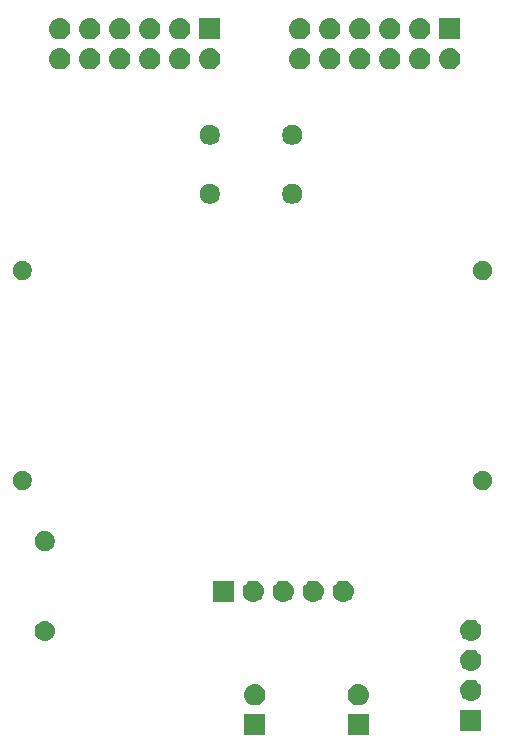
<source format=gbr>
G04 #@! TF.GenerationSoftware,KiCad,Pcbnew,5.1.4-e60b266~84~ubuntu19.04.1*
G04 #@! TF.CreationDate,2020-01-15T22:36:37+11:00*
G04 #@! TF.ProjectId,sid-board,7369642d-626f-4617-9264-2e6b69636164,rev?*
G04 #@! TF.SameCoordinates,Original*
G04 #@! TF.FileFunction,Soldermask,Bot*
G04 #@! TF.FilePolarity,Negative*
%FSLAX46Y46*%
G04 Gerber Fmt 4.6, Leading zero omitted, Abs format (unit mm)*
G04 Created by KiCad (PCBNEW 5.1.4-e60b266~84~ubuntu19.04.1) date 2020-01-15 22:36:37*
%MOMM*%
%LPD*%
G04 APERTURE LIST*
%ADD10C,0.100000*%
G04 APERTURE END LIST*
D10*
G36*
X93484000Y-124726000D02*
G01*
X91682000Y-124726000D01*
X91682000Y-122924000D01*
X93484000Y-122924000D01*
X93484000Y-124726000D01*
X93484000Y-124726000D01*
G37*
G36*
X84721000Y-124726000D02*
G01*
X82919000Y-124726000D01*
X82919000Y-122924000D01*
X84721000Y-122924000D01*
X84721000Y-124726000D01*
X84721000Y-124726000D01*
G37*
G36*
X103009000Y-124345000D02*
G01*
X101207000Y-124345000D01*
X101207000Y-122543000D01*
X103009000Y-122543000D01*
X103009000Y-124345000D01*
X103009000Y-124345000D01*
G37*
G36*
X83930443Y-120390519D02*
G01*
X83996627Y-120397037D01*
X84166466Y-120448557D01*
X84322991Y-120532222D01*
X84358729Y-120561552D01*
X84460186Y-120644814D01*
X84527939Y-120727373D01*
X84572778Y-120782009D01*
X84656443Y-120938534D01*
X84707963Y-121108373D01*
X84725359Y-121285000D01*
X84707963Y-121461627D01*
X84656443Y-121631466D01*
X84572778Y-121787991D01*
X84569518Y-121791963D01*
X84460186Y-121925186D01*
X84358729Y-122008448D01*
X84322991Y-122037778D01*
X84166466Y-122121443D01*
X83996627Y-122172963D01*
X83930442Y-122179482D01*
X83864260Y-122186000D01*
X83775740Y-122186000D01*
X83709558Y-122179482D01*
X83643373Y-122172963D01*
X83473534Y-122121443D01*
X83317009Y-122037778D01*
X83281271Y-122008448D01*
X83179814Y-121925186D01*
X83070482Y-121791963D01*
X83067222Y-121787991D01*
X82983557Y-121631466D01*
X82932037Y-121461627D01*
X82914641Y-121285000D01*
X82932037Y-121108373D01*
X82983557Y-120938534D01*
X83067222Y-120782009D01*
X83112061Y-120727373D01*
X83179814Y-120644814D01*
X83281271Y-120561552D01*
X83317009Y-120532222D01*
X83473534Y-120448557D01*
X83643373Y-120397037D01*
X83709557Y-120390519D01*
X83775740Y-120384000D01*
X83864260Y-120384000D01*
X83930443Y-120390519D01*
X83930443Y-120390519D01*
G37*
G36*
X92693443Y-120390519D02*
G01*
X92759627Y-120397037D01*
X92929466Y-120448557D01*
X93085991Y-120532222D01*
X93121729Y-120561552D01*
X93223186Y-120644814D01*
X93290939Y-120727373D01*
X93335778Y-120782009D01*
X93419443Y-120938534D01*
X93470963Y-121108373D01*
X93488359Y-121285000D01*
X93470963Y-121461627D01*
X93419443Y-121631466D01*
X93335778Y-121787991D01*
X93332518Y-121791963D01*
X93223186Y-121925186D01*
X93121729Y-122008448D01*
X93085991Y-122037778D01*
X92929466Y-122121443D01*
X92759627Y-122172963D01*
X92693442Y-122179482D01*
X92627260Y-122186000D01*
X92538740Y-122186000D01*
X92472558Y-122179482D01*
X92406373Y-122172963D01*
X92236534Y-122121443D01*
X92080009Y-122037778D01*
X92044271Y-122008448D01*
X91942814Y-121925186D01*
X91833482Y-121791963D01*
X91830222Y-121787991D01*
X91746557Y-121631466D01*
X91695037Y-121461627D01*
X91677641Y-121285000D01*
X91695037Y-121108373D01*
X91746557Y-120938534D01*
X91830222Y-120782009D01*
X91875061Y-120727373D01*
X91942814Y-120644814D01*
X92044271Y-120561552D01*
X92080009Y-120532222D01*
X92236534Y-120448557D01*
X92406373Y-120397037D01*
X92472557Y-120390519D01*
X92538740Y-120384000D01*
X92627260Y-120384000D01*
X92693443Y-120390519D01*
X92693443Y-120390519D01*
G37*
G36*
X102218443Y-120009519D02*
G01*
X102284627Y-120016037D01*
X102454466Y-120067557D01*
X102610991Y-120151222D01*
X102646729Y-120180552D01*
X102748186Y-120263814D01*
X102831448Y-120365271D01*
X102860778Y-120401009D01*
X102944443Y-120557534D01*
X102995963Y-120727373D01*
X103013359Y-120904000D01*
X102995963Y-121080627D01*
X102944443Y-121250466D01*
X102860778Y-121406991D01*
X102831448Y-121442729D01*
X102748186Y-121544186D01*
X102646729Y-121627448D01*
X102610991Y-121656778D01*
X102454466Y-121740443D01*
X102284627Y-121791963D01*
X102218442Y-121798482D01*
X102152260Y-121805000D01*
X102063740Y-121805000D01*
X101997558Y-121798482D01*
X101931373Y-121791963D01*
X101761534Y-121740443D01*
X101605009Y-121656778D01*
X101569271Y-121627448D01*
X101467814Y-121544186D01*
X101384552Y-121442729D01*
X101355222Y-121406991D01*
X101271557Y-121250466D01*
X101220037Y-121080627D01*
X101202641Y-120904000D01*
X101220037Y-120727373D01*
X101271557Y-120557534D01*
X101355222Y-120401009D01*
X101384552Y-120365271D01*
X101467814Y-120263814D01*
X101569271Y-120180552D01*
X101605009Y-120151222D01*
X101761534Y-120067557D01*
X101931373Y-120016037D01*
X101997557Y-120009519D01*
X102063740Y-120003000D01*
X102152260Y-120003000D01*
X102218443Y-120009519D01*
X102218443Y-120009519D01*
G37*
G36*
X102218442Y-117469518D02*
G01*
X102284627Y-117476037D01*
X102454466Y-117527557D01*
X102610991Y-117611222D01*
X102646729Y-117640552D01*
X102748186Y-117723814D01*
X102831448Y-117825271D01*
X102860778Y-117861009D01*
X102944443Y-118017534D01*
X102995963Y-118187373D01*
X103013359Y-118364000D01*
X102995963Y-118540627D01*
X102944443Y-118710466D01*
X102860778Y-118866991D01*
X102831448Y-118902729D01*
X102748186Y-119004186D01*
X102646729Y-119087448D01*
X102610991Y-119116778D01*
X102454466Y-119200443D01*
X102284627Y-119251963D01*
X102218443Y-119258481D01*
X102152260Y-119265000D01*
X102063740Y-119265000D01*
X101997557Y-119258481D01*
X101931373Y-119251963D01*
X101761534Y-119200443D01*
X101605009Y-119116778D01*
X101569271Y-119087448D01*
X101467814Y-119004186D01*
X101384552Y-118902729D01*
X101355222Y-118866991D01*
X101271557Y-118710466D01*
X101220037Y-118540627D01*
X101202641Y-118364000D01*
X101220037Y-118187373D01*
X101271557Y-118017534D01*
X101355222Y-117861009D01*
X101384552Y-117825271D01*
X101467814Y-117723814D01*
X101569271Y-117640552D01*
X101605009Y-117611222D01*
X101761534Y-117527557D01*
X101931373Y-117476037D01*
X101997558Y-117469518D01*
X102063740Y-117463000D01*
X102152260Y-117463000D01*
X102218442Y-117469518D01*
X102218442Y-117469518D01*
G37*
G36*
X66206823Y-115048813D02*
G01*
X66367242Y-115097476D01*
X66499906Y-115168386D01*
X66515078Y-115176496D01*
X66644659Y-115282841D01*
X66751004Y-115412422D01*
X66751005Y-115412424D01*
X66830024Y-115560258D01*
X66878687Y-115720677D01*
X66895117Y-115887500D01*
X66878687Y-116054323D01*
X66830024Y-116214742D01*
X66770027Y-116326989D01*
X66751004Y-116362578D01*
X66644659Y-116492159D01*
X66515078Y-116598504D01*
X66515076Y-116598505D01*
X66367242Y-116677524D01*
X66206823Y-116726187D01*
X66081804Y-116738500D01*
X65998196Y-116738500D01*
X65873177Y-116726187D01*
X65712758Y-116677524D01*
X65564924Y-116598505D01*
X65564922Y-116598504D01*
X65435341Y-116492159D01*
X65328996Y-116362578D01*
X65309973Y-116326989D01*
X65249976Y-116214742D01*
X65201313Y-116054323D01*
X65184883Y-115887500D01*
X65201313Y-115720677D01*
X65249976Y-115560258D01*
X65328995Y-115412424D01*
X65328996Y-115412422D01*
X65435341Y-115282841D01*
X65564922Y-115176496D01*
X65580094Y-115168386D01*
X65712758Y-115097476D01*
X65873177Y-115048813D01*
X65998196Y-115036500D01*
X66081804Y-115036500D01*
X66206823Y-115048813D01*
X66206823Y-115048813D01*
G37*
G36*
X102218443Y-114929519D02*
G01*
X102284627Y-114936037D01*
X102454466Y-114987557D01*
X102610991Y-115071222D01*
X102642980Y-115097475D01*
X102748186Y-115183814D01*
X102829454Y-115282841D01*
X102860778Y-115321009D01*
X102944443Y-115477534D01*
X102995963Y-115647373D01*
X103013359Y-115824000D01*
X102995963Y-116000627D01*
X102944443Y-116170466D01*
X102860778Y-116326991D01*
X102831574Y-116362576D01*
X102748186Y-116464186D01*
X102646729Y-116547448D01*
X102610991Y-116576778D01*
X102454466Y-116660443D01*
X102284627Y-116711963D01*
X102218443Y-116718481D01*
X102152260Y-116725000D01*
X102063740Y-116725000D01*
X101997557Y-116718481D01*
X101931373Y-116711963D01*
X101761534Y-116660443D01*
X101605009Y-116576778D01*
X101569271Y-116547448D01*
X101467814Y-116464186D01*
X101384426Y-116362576D01*
X101355222Y-116326991D01*
X101271557Y-116170466D01*
X101220037Y-116000627D01*
X101202641Y-115824000D01*
X101220037Y-115647373D01*
X101271557Y-115477534D01*
X101355222Y-115321009D01*
X101386546Y-115282841D01*
X101467814Y-115183814D01*
X101573020Y-115097475D01*
X101605009Y-115071222D01*
X101761534Y-114987557D01*
X101931373Y-114936037D01*
X101997557Y-114929519D01*
X102063740Y-114923000D01*
X102152260Y-114923000D01*
X102218443Y-114929519D01*
X102218443Y-114929519D01*
G37*
G36*
X82054000Y-113423000D02*
G01*
X80252000Y-113423000D01*
X80252000Y-111621000D01*
X82054000Y-111621000D01*
X82054000Y-113423000D01*
X82054000Y-113423000D01*
G37*
G36*
X91423442Y-111627518D02*
G01*
X91489627Y-111634037D01*
X91659466Y-111685557D01*
X91815991Y-111769222D01*
X91851729Y-111798552D01*
X91953186Y-111881814D01*
X92036448Y-111983271D01*
X92065778Y-112019009D01*
X92149443Y-112175534D01*
X92200963Y-112345373D01*
X92218359Y-112522000D01*
X92200963Y-112698627D01*
X92149443Y-112868466D01*
X92065778Y-113024991D01*
X92036448Y-113060729D01*
X91953186Y-113162186D01*
X91851729Y-113245448D01*
X91815991Y-113274778D01*
X91659466Y-113358443D01*
X91489627Y-113409963D01*
X91423442Y-113416482D01*
X91357260Y-113423000D01*
X91268740Y-113423000D01*
X91202558Y-113416482D01*
X91136373Y-113409963D01*
X90966534Y-113358443D01*
X90810009Y-113274778D01*
X90774271Y-113245448D01*
X90672814Y-113162186D01*
X90589552Y-113060729D01*
X90560222Y-113024991D01*
X90476557Y-112868466D01*
X90425037Y-112698627D01*
X90407641Y-112522000D01*
X90425037Y-112345373D01*
X90476557Y-112175534D01*
X90560222Y-112019009D01*
X90589552Y-111983271D01*
X90672814Y-111881814D01*
X90774271Y-111798552D01*
X90810009Y-111769222D01*
X90966534Y-111685557D01*
X91136373Y-111634037D01*
X91202558Y-111627518D01*
X91268740Y-111621000D01*
X91357260Y-111621000D01*
X91423442Y-111627518D01*
X91423442Y-111627518D01*
G37*
G36*
X88883442Y-111627518D02*
G01*
X88949627Y-111634037D01*
X89119466Y-111685557D01*
X89275991Y-111769222D01*
X89311729Y-111798552D01*
X89413186Y-111881814D01*
X89496448Y-111983271D01*
X89525778Y-112019009D01*
X89609443Y-112175534D01*
X89660963Y-112345373D01*
X89678359Y-112522000D01*
X89660963Y-112698627D01*
X89609443Y-112868466D01*
X89525778Y-113024991D01*
X89496448Y-113060729D01*
X89413186Y-113162186D01*
X89311729Y-113245448D01*
X89275991Y-113274778D01*
X89119466Y-113358443D01*
X88949627Y-113409963D01*
X88883442Y-113416482D01*
X88817260Y-113423000D01*
X88728740Y-113423000D01*
X88662558Y-113416482D01*
X88596373Y-113409963D01*
X88426534Y-113358443D01*
X88270009Y-113274778D01*
X88234271Y-113245448D01*
X88132814Y-113162186D01*
X88049552Y-113060729D01*
X88020222Y-113024991D01*
X87936557Y-112868466D01*
X87885037Y-112698627D01*
X87867641Y-112522000D01*
X87885037Y-112345373D01*
X87936557Y-112175534D01*
X88020222Y-112019009D01*
X88049552Y-111983271D01*
X88132814Y-111881814D01*
X88234271Y-111798552D01*
X88270009Y-111769222D01*
X88426534Y-111685557D01*
X88596373Y-111634037D01*
X88662558Y-111627518D01*
X88728740Y-111621000D01*
X88817260Y-111621000D01*
X88883442Y-111627518D01*
X88883442Y-111627518D01*
G37*
G36*
X86343442Y-111627518D02*
G01*
X86409627Y-111634037D01*
X86579466Y-111685557D01*
X86735991Y-111769222D01*
X86771729Y-111798552D01*
X86873186Y-111881814D01*
X86956448Y-111983271D01*
X86985778Y-112019009D01*
X87069443Y-112175534D01*
X87120963Y-112345373D01*
X87138359Y-112522000D01*
X87120963Y-112698627D01*
X87069443Y-112868466D01*
X86985778Y-113024991D01*
X86956448Y-113060729D01*
X86873186Y-113162186D01*
X86771729Y-113245448D01*
X86735991Y-113274778D01*
X86579466Y-113358443D01*
X86409627Y-113409963D01*
X86343442Y-113416482D01*
X86277260Y-113423000D01*
X86188740Y-113423000D01*
X86122558Y-113416482D01*
X86056373Y-113409963D01*
X85886534Y-113358443D01*
X85730009Y-113274778D01*
X85694271Y-113245448D01*
X85592814Y-113162186D01*
X85509552Y-113060729D01*
X85480222Y-113024991D01*
X85396557Y-112868466D01*
X85345037Y-112698627D01*
X85327641Y-112522000D01*
X85345037Y-112345373D01*
X85396557Y-112175534D01*
X85480222Y-112019009D01*
X85509552Y-111983271D01*
X85592814Y-111881814D01*
X85694271Y-111798552D01*
X85730009Y-111769222D01*
X85886534Y-111685557D01*
X86056373Y-111634037D01*
X86122558Y-111627518D01*
X86188740Y-111621000D01*
X86277260Y-111621000D01*
X86343442Y-111627518D01*
X86343442Y-111627518D01*
G37*
G36*
X83803442Y-111627518D02*
G01*
X83869627Y-111634037D01*
X84039466Y-111685557D01*
X84195991Y-111769222D01*
X84231729Y-111798552D01*
X84333186Y-111881814D01*
X84416448Y-111983271D01*
X84445778Y-112019009D01*
X84529443Y-112175534D01*
X84580963Y-112345373D01*
X84598359Y-112522000D01*
X84580963Y-112698627D01*
X84529443Y-112868466D01*
X84445778Y-113024991D01*
X84416448Y-113060729D01*
X84333186Y-113162186D01*
X84231729Y-113245448D01*
X84195991Y-113274778D01*
X84039466Y-113358443D01*
X83869627Y-113409963D01*
X83803442Y-113416482D01*
X83737260Y-113423000D01*
X83648740Y-113423000D01*
X83582558Y-113416482D01*
X83516373Y-113409963D01*
X83346534Y-113358443D01*
X83190009Y-113274778D01*
X83154271Y-113245448D01*
X83052814Y-113162186D01*
X82969552Y-113060729D01*
X82940222Y-113024991D01*
X82856557Y-112868466D01*
X82805037Y-112698627D01*
X82787641Y-112522000D01*
X82805037Y-112345373D01*
X82856557Y-112175534D01*
X82940222Y-112019009D01*
X82969552Y-111983271D01*
X83052814Y-111881814D01*
X83154271Y-111798552D01*
X83190009Y-111769222D01*
X83346534Y-111685557D01*
X83516373Y-111634037D01*
X83582558Y-111627518D01*
X83648740Y-111621000D01*
X83737260Y-111621000D01*
X83803442Y-111627518D01*
X83803442Y-111627518D01*
G37*
G36*
X66288228Y-107449203D02*
G01*
X66443100Y-107513353D01*
X66582481Y-107606485D01*
X66701015Y-107725019D01*
X66794147Y-107864400D01*
X66858297Y-108019272D01*
X66891000Y-108183684D01*
X66891000Y-108351316D01*
X66858297Y-108515728D01*
X66794147Y-108670600D01*
X66701015Y-108809981D01*
X66582481Y-108928515D01*
X66443100Y-109021647D01*
X66288228Y-109085797D01*
X66123816Y-109118500D01*
X65956184Y-109118500D01*
X65791772Y-109085797D01*
X65636900Y-109021647D01*
X65497519Y-108928515D01*
X65378985Y-108809981D01*
X65285853Y-108670600D01*
X65221703Y-108515728D01*
X65189000Y-108351316D01*
X65189000Y-108183684D01*
X65221703Y-108019272D01*
X65285853Y-107864400D01*
X65378985Y-107725019D01*
X65497519Y-107606485D01*
X65636900Y-107513353D01*
X65791772Y-107449203D01*
X65956184Y-107416500D01*
X66123816Y-107416500D01*
X66288228Y-107449203D01*
X66288228Y-107449203D01*
G37*
G36*
X64372142Y-102342242D02*
G01*
X64520101Y-102403529D01*
X64653255Y-102492499D01*
X64766501Y-102605745D01*
X64855471Y-102738899D01*
X64916758Y-102886858D01*
X64948000Y-103043925D01*
X64948000Y-103204075D01*
X64916758Y-103361142D01*
X64855471Y-103509101D01*
X64766501Y-103642255D01*
X64653255Y-103755501D01*
X64520101Y-103844471D01*
X64372142Y-103905758D01*
X64215075Y-103937000D01*
X64054925Y-103937000D01*
X63897858Y-103905758D01*
X63749899Y-103844471D01*
X63616745Y-103755501D01*
X63503499Y-103642255D01*
X63414529Y-103509101D01*
X63353242Y-103361142D01*
X63322000Y-103204075D01*
X63322000Y-103043925D01*
X63353242Y-102886858D01*
X63414529Y-102738899D01*
X63503499Y-102605745D01*
X63616745Y-102492499D01*
X63749899Y-102403529D01*
X63897858Y-102342242D01*
X64054925Y-102311000D01*
X64215075Y-102311000D01*
X64372142Y-102342242D01*
X64372142Y-102342242D01*
G37*
G36*
X103361142Y-102342242D02*
G01*
X103509101Y-102403529D01*
X103642255Y-102492499D01*
X103755501Y-102605745D01*
X103844471Y-102738899D01*
X103905758Y-102886858D01*
X103937000Y-103043925D01*
X103937000Y-103204075D01*
X103905758Y-103361142D01*
X103844471Y-103509101D01*
X103755501Y-103642255D01*
X103642255Y-103755501D01*
X103509101Y-103844471D01*
X103361142Y-103905758D01*
X103204075Y-103937000D01*
X103043925Y-103937000D01*
X102886858Y-103905758D01*
X102738899Y-103844471D01*
X102605745Y-103755501D01*
X102492499Y-103642255D01*
X102403529Y-103509101D01*
X102342242Y-103361142D01*
X102311000Y-103204075D01*
X102311000Y-103043925D01*
X102342242Y-102886858D01*
X102403529Y-102738899D01*
X102492499Y-102605745D01*
X102605745Y-102492499D01*
X102738899Y-102403529D01*
X102886858Y-102342242D01*
X103043925Y-102311000D01*
X103204075Y-102311000D01*
X103361142Y-102342242D01*
X103361142Y-102342242D01*
G37*
G36*
X64372142Y-84562242D02*
G01*
X64520101Y-84623529D01*
X64653255Y-84712499D01*
X64766501Y-84825745D01*
X64855471Y-84958899D01*
X64916758Y-85106858D01*
X64948000Y-85263925D01*
X64948000Y-85424075D01*
X64916758Y-85581142D01*
X64855471Y-85729101D01*
X64766501Y-85862255D01*
X64653255Y-85975501D01*
X64520101Y-86064471D01*
X64372142Y-86125758D01*
X64215075Y-86157000D01*
X64054925Y-86157000D01*
X63897858Y-86125758D01*
X63749899Y-86064471D01*
X63616745Y-85975501D01*
X63503499Y-85862255D01*
X63414529Y-85729101D01*
X63353242Y-85581142D01*
X63322000Y-85424075D01*
X63322000Y-85263925D01*
X63353242Y-85106858D01*
X63414529Y-84958899D01*
X63503499Y-84825745D01*
X63616745Y-84712499D01*
X63749899Y-84623529D01*
X63897858Y-84562242D01*
X64054925Y-84531000D01*
X64215075Y-84531000D01*
X64372142Y-84562242D01*
X64372142Y-84562242D01*
G37*
G36*
X103361142Y-84562242D02*
G01*
X103509101Y-84623529D01*
X103642255Y-84712499D01*
X103755501Y-84825745D01*
X103844471Y-84958899D01*
X103905758Y-85106858D01*
X103937000Y-85263925D01*
X103937000Y-85424075D01*
X103905758Y-85581142D01*
X103844471Y-85729101D01*
X103755501Y-85862255D01*
X103642255Y-85975501D01*
X103509101Y-86064471D01*
X103361142Y-86125758D01*
X103204075Y-86157000D01*
X103043925Y-86157000D01*
X102886858Y-86125758D01*
X102738899Y-86064471D01*
X102605745Y-85975501D01*
X102492499Y-85862255D01*
X102403529Y-85729101D01*
X102342242Y-85581142D01*
X102311000Y-85424075D01*
X102311000Y-85263925D01*
X102342242Y-85106858D01*
X102403529Y-84958899D01*
X102492499Y-84825745D01*
X102605745Y-84712499D01*
X102738899Y-84623529D01*
X102886858Y-84562242D01*
X103043925Y-84531000D01*
X103204075Y-84531000D01*
X103361142Y-84562242D01*
X103361142Y-84562242D01*
G37*
G36*
X80258228Y-78048703D02*
G01*
X80413100Y-78112853D01*
X80552481Y-78205985D01*
X80671015Y-78324519D01*
X80764147Y-78463900D01*
X80828297Y-78618772D01*
X80861000Y-78783184D01*
X80861000Y-78950816D01*
X80828297Y-79115228D01*
X80764147Y-79270100D01*
X80671015Y-79409481D01*
X80552481Y-79528015D01*
X80413100Y-79621147D01*
X80258228Y-79685297D01*
X80093816Y-79718000D01*
X79926184Y-79718000D01*
X79761772Y-79685297D01*
X79606900Y-79621147D01*
X79467519Y-79528015D01*
X79348985Y-79409481D01*
X79255853Y-79270100D01*
X79191703Y-79115228D01*
X79159000Y-78950816D01*
X79159000Y-78783184D01*
X79191703Y-78618772D01*
X79255853Y-78463900D01*
X79348985Y-78324519D01*
X79467519Y-78205985D01*
X79606900Y-78112853D01*
X79761772Y-78048703D01*
X79926184Y-78016000D01*
X80093816Y-78016000D01*
X80258228Y-78048703D01*
X80258228Y-78048703D01*
G37*
G36*
X87243228Y-78048703D02*
G01*
X87398100Y-78112853D01*
X87537481Y-78205985D01*
X87656015Y-78324519D01*
X87749147Y-78463900D01*
X87813297Y-78618772D01*
X87846000Y-78783184D01*
X87846000Y-78950816D01*
X87813297Y-79115228D01*
X87749147Y-79270100D01*
X87656015Y-79409481D01*
X87537481Y-79528015D01*
X87398100Y-79621147D01*
X87243228Y-79685297D01*
X87078816Y-79718000D01*
X86911184Y-79718000D01*
X86746772Y-79685297D01*
X86591900Y-79621147D01*
X86452519Y-79528015D01*
X86333985Y-79409481D01*
X86240853Y-79270100D01*
X86176703Y-79115228D01*
X86144000Y-78950816D01*
X86144000Y-78783184D01*
X86176703Y-78618772D01*
X86240853Y-78463900D01*
X86333985Y-78324519D01*
X86452519Y-78205985D01*
X86591900Y-78112853D01*
X86746772Y-78048703D01*
X86911184Y-78016000D01*
X87078816Y-78016000D01*
X87243228Y-78048703D01*
X87243228Y-78048703D01*
G37*
G36*
X87243228Y-73048703D02*
G01*
X87398100Y-73112853D01*
X87537481Y-73205985D01*
X87656015Y-73324519D01*
X87749147Y-73463900D01*
X87813297Y-73618772D01*
X87846000Y-73783184D01*
X87846000Y-73950816D01*
X87813297Y-74115228D01*
X87749147Y-74270100D01*
X87656015Y-74409481D01*
X87537481Y-74528015D01*
X87398100Y-74621147D01*
X87243228Y-74685297D01*
X87078816Y-74718000D01*
X86911184Y-74718000D01*
X86746772Y-74685297D01*
X86591900Y-74621147D01*
X86452519Y-74528015D01*
X86333985Y-74409481D01*
X86240853Y-74270100D01*
X86176703Y-74115228D01*
X86144000Y-73950816D01*
X86144000Y-73783184D01*
X86176703Y-73618772D01*
X86240853Y-73463900D01*
X86333985Y-73324519D01*
X86452519Y-73205985D01*
X86591900Y-73112853D01*
X86746772Y-73048703D01*
X86911184Y-73016000D01*
X87078816Y-73016000D01*
X87243228Y-73048703D01*
X87243228Y-73048703D01*
G37*
G36*
X80258228Y-73048703D02*
G01*
X80413100Y-73112853D01*
X80552481Y-73205985D01*
X80671015Y-73324519D01*
X80764147Y-73463900D01*
X80828297Y-73618772D01*
X80861000Y-73783184D01*
X80861000Y-73950816D01*
X80828297Y-74115228D01*
X80764147Y-74270100D01*
X80671015Y-74409481D01*
X80552481Y-74528015D01*
X80413100Y-74621147D01*
X80258228Y-74685297D01*
X80093816Y-74718000D01*
X79926184Y-74718000D01*
X79761772Y-74685297D01*
X79606900Y-74621147D01*
X79467519Y-74528015D01*
X79348985Y-74409481D01*
X79255853Y-74270100D01*
X79191703Y-74115228D01*
X79159000Y-73950816D01*
X79159000Y-73783184D01*
X79191703Y-73618772D01*
X79255853Y-73463900D01*
X79348985Y-73324519D01*
X79467519Y-73205985D01*
X79606900Y-73112853D01*
X79761772Y-73048703D01*
X79926184Y-73016000D01*
X80093816Y-73016000D01*
X80258228Y-73048703D01*
X80258228Y-73048703D01*
G37*
G36*
X67420443Y-66542519D02*
G01*
X67486627Y-66549037D01*
X67656466Y-66600557D01*
X67812991Y-66684222D01*
X67848729Y-66713552D01*
X67950186Y-66796814D01*
X68033448Y-66898271D01*
X68062778Y-66934009D01*
X68146443Y-67090534D01*
X68197963Y-67260373D01*
X68215359Y-67437000D01*
X68197963Y-67613627D01*
X68146443Y-67783466D01*
X68062778Y-67939991D01*
X68033448Y-67975729D01*
X67950186Y-68077186D01*
X67848729Y-68160448D01*
X67812991Y-68189778D01*
X67656466Y-68273443D01*
X67486627Y-68324963D01*
X67420442Y-68331482D01*
X67354260Y-68338000D01*
X67265740Y-68338000D01*
X67199558Y-68331482D01*
X67133373Y-68324963D01*
X66963534Y-68273443D01*
X66807009Y-68189778D01*
X66771271Y-68160448D01*
X66669814Y-68077186D01*
X66586552Y-67975729D01*
X66557222Y-67939991D01*
X66473557Y-67783466D01*
X66422037Y-67613627D01*
X66404641Y-67437000D01*
X66422037Y-67260373D01*
X66473557Y-67090534D01*
X66557222Y-66934009D01*
X66586552Y-66898271D01*
X66669814Y-66796814D01*
X66771271Y-66713552D01*
X66807009Y-66684222D01*
X66963534Y-66600557D01*
X67133373Y-66549037D01*
X67199557Y-66542519D01*
X67265740Y-66536000D01*
X67354260Y-66536000D01*
X67420443Y-66542519D01*
X67420443Y-66542519D01*
G37*
G36*
X100440443Y-66542519D02*
G01*
X100506627Y-66549037D01*
X100676466Y-66600557D01*
X100832991Y-66684222D01*
X100868729Y-66713552D01*
X100970186Y-66796814D01*
X101053448Y-66898271D01*
X101082778Y-66934009D01*
X101166443Y-67090534D01*
X101217963Y-67260373D01*
X101235359Y-67437000D01*
X101217963Y-67613627D01*
X101166443Y-67783466D01*
X101082778Y-67939991D01*
X101053448Y-67975729D01*
X100970186Y-68077186D01*
X100868729Y-68160448D01*
X100832991Y-68189778D01*
X100676466Y-68273443D01*
X100506627Y-68324963D01*
X100440442Y-68331482D01*
X100374260Y-68338000D01*
X100285740Y-68338000D01*
X100219558Y-68331482D01*
X100153373Y-68324963D01*
X99983534Y-68273443D01*
X99827009Y-68189778D01*
X99791271Y-68160448D01*
X99689814Y-68077186D01*
X99606552Y-67975729D01*
X99577222Y-67939991D01*
X99493557Y-67783466D01*
X99442037Y-67613627D01*
X99424641Y-67437000D01*
X99442037Y-67260373D01*
X99493557Y-67090534D01*
X99577222Y-66934009D01*
X99606552Y-66898271D01*
X99689814Y-66796814D01*
X99791271Y-66713552D01*
X99827009Y-66684222D01*
X99983534Y-66600557D01*
X100153373Y-66549037D01*
X100219557Y-66542519D01*
X100285740Y-66536000D01*
X100374260Y-66536000D01*
X100440443Y-66542519D01*
X100440443Y-66542519D01*
G37*
G36*
X97900443Y-66542519D02*
G01*
X97966627Y-66549037D01*
X98136466Y-66600557D01*
X98292991Y-66684222D01*
X98328729Y-66713552D01*
X98430186Y-66796814D01*
X98513448Y-66898271D01*
X98542778Y-66934009D01*
X98626443Y-67090534D01*
X98677963Y-67260373D01*
X98695359Y-67437000D01*
X98677963Y-67613627D01*
X98626443Y-67783466D01*
X98542778Y-67939991D01*
X98513448Y-67975729D01*
X98430186Y-68077186D01*
X98328729Y-68160448D01*
X98292991Y-68189778D01*
X98136466Y-68273443D01*
X97966627Y-68324963D01*
X97900442Y-68331482D01*
X97834260Y-68338000D01*
X97745740Y-68338000D01*
X97679558Y-68331482D01*
X97613373Y-68324963D01*
X97443534Y-68273443D01*
X97287009Y-68189778D01*
X97251271Y-68160448D01*
X97149814Y-68077186D01*
X97066552Y-67975729D01*
X97037222Y-67939991D01*
X96953557Y-67783466D01*
X96902037Y-67613627D01*
X96884641Y-67437000D01*
X96902037Y-67260373D01*
X96953557Y-67090534D01*
X97037222Y-66934009D01*
X97066552Y-66898271D01*
X97149814Y-66796814D01*
X97251271Y-66713552D01*
X97287009Y-66684222D01*
X97443534Y-66600557D01*
X97613373Y-66549037D01*
X97679557Y-66542519D01*
X97745740Y-66536000D01*
X97834260Y-66536000D01*
X97900443Y-66542519D01*
X97900443Y-66542519D01*
G37*
G36*
X95360443Y-66542519D02*
G01*
X95426627Y-66549037D01*
X95596466Y-66600557D01*
X95752991Y-66684222D01*
X95788729Y-66713552D01*
X95890186Y-66796814D01*
X95973448Y-66898271D01*
X96002778Y-66934009D01*
X96086443Y-67090534D01*
X96137963Y-67260373D01*
X96155359Y-67437000D01*
X96137963Y-67613627D01*
X96086443Y-67783466D01*
X96002778Y-67939991D01*
X95973448Y-67975729D01*
X95890186Y-68077186D01*
X95788729Y-68160448D01*
X95752991Y-68189778D01*
X95596466Y-68273443D01*
X95426627Y-68324963D01*
X95360442Y-68331482D01*
X95294260Y-68338000D01*
X95205740Y-68338000D01*
X95139558Y-68331482D01*
X95073373Y-68324963D01*
X94903534Y-68273443D01*
X94747009Y-68189778D01*
X94711271Y-68160448D01*
X94609814Y-68077186D01*
X94526552Y-67975729D01*
X94497222Y-67939991D01*
X94413557Y-67783466D01*
X94362037Y-67613627D01*
X94344641Y-67437000D01*
X94362037Y-67260373D01*
X94413557Y-67090534D01*
X94497222Y-66934009D01*
X94526552Y-66898271D01*
X94609814Y-66796814D01*
X94711271Y-66713552D01*
X94747009Y-66684222D01*
X94903534Y-66600557D01*
X95073373Y-66549037D01*
X95139557Y-66542519D01*
X95205740Y-66536000D01*
X95294260Y-66536000D01*
X95360443Y-66542519D01*
X95360443Y-66542519D01*
G37*
G36*
X92820443Y-66542519D02*
G01*
X92886627Y-66549037D01*
X93056466Y-66600557D01*
X93212991Y-66684222D01*
X93248729Y-66713552D01*
X93350186Y-66796814D01*
X93433448Y-66898271D01*
X93462778Y-66934009D01*
X93546443Y-67090534D01*
X93597963Y-67260373D01*
X93615359Y-67437000D01*
X93597963Y-67613627D01*
X93546443Y-67783466D01*
X93462778Y-67939991D01*
X93433448Y-67975729D01*
X93350186Y-68077186D01*
X93248729Y-68160448D01*
X93212991Y-68189778D01*
X93056466Y-68273443D01*
X92886627Y-68324963D01*
X92820442Y-68331482D01*
X92754260Y-68338000D01*
X92665740Y-68338000D01*
X92599558Y-68331482D01*
X92533373Y-68324963D01*
X92363534Y-68273443D01*
X92207009Y-68189778D01*
X92171271Y-68160448D01*
X92069814Y-68077186D01*
X91986552Y-67975729D01*
X91957222Y-67939991D01*
X91873557Y-67783466D01*
X91822037Y-67613627D01*
X91804641Y-67437000D01*
X91822037Y-67260373D01*
X91873557Y-67090534D01*
X91957222Y-66934009D01*
X91986552Y-66898271D01*
X92069814Y-66796814D01*
X92171271Y-66713552D01*
X92207009Y-66684222D01*
X92363534Y-66600557D01*
X92533373Y-66549037D01*
X92599557Y-66542519D01*
X92665740Y-66536000D01*
X92754260Y-66536000D01*
X92820443Y-66542519D01*
X92820443Y-66542519D01*
G37*
G36*
X90280443Y-66542519D02*
G01*
X90346627Y-66549037D01*
X90516466Y-66600557D01*
X90672991Y-66684222D01*
X90708729Y-66713552D01*
X90810186Y-66796814D01*
X90893448Y-66898271D01*
X90922778Y-66934009D01*
X91006443Y-67090534D01*
X91057963Y-67260373D01*
X91075359Y-67437000D01*
X91057963Y-67613627D01*
X91006443Y-67783466D01*
X90922778Y-67939991D01*
X90893448Y-67975729D01*
X90810186Y-68077186D01*
X90708729Y-68160448D01*
X90672991Y-68189778D01*
X90516466Y-68273443D01*
X90346627Y-68324963D01*
X90280442Y-68331482D01*
X90214260Y-68338000D01*
X90125740Y-68338000D01*
X90059558Y-68331482D01*
X89993373Y-68324963D01*
X89823534Y-68273443D01*
X89667009Y-68189778D01*
X89631271Y-68160448D01*
X89529814Y-68077186D01*
X89446552Y-67975729D01*
X89417222Y-67939991D01*
X89333557Y-67783466D01*
X89282037Y-67613627D01*
X89264641Y-67437000D01*
X89282037Y-67260373D01*
X89333557Y-67090534D01*
X89417222Y-66934009D01*
X89446552Y-66898271D01*
X89529814Y-66796814D01*
X89631271Y-66713552D01*
X89667009Y-66684222D01*
X89823534Y-66600557D01*
X89993373Y-66549037D01*
X90059557Y-66542519D01*
X90125740Y-66536000D01*
X90214260Y-66536000D01*
X90280443Y-66542519D01*
X90280443Y-66542519D01*
G37*
G36*
X80120443Y-66542519D02*
G01*
X80186627Y-66549037D01*
X80356466Y-66600557D01*
X80512991Y-66684222D01*
X80548729Y-66713552D01*
X80650186Y-66796814D01*
X80733448Y-66898271D01*
X80762778Y-66934009D01*
X80846443Y-67090534D01*
X80897963Y-67260373D01*
X80915359Y-67437000D01*
X80897963Y-67613627D01*
X80846443Y-67783466D01*
X80762778Y-67939991D01*
X80733448Y-67975729D01*
X80650186Y-68077186D01*
X80548729Y-68160448D01*
X80512991Y-68189778D01*
X80356466Y-68273443D01*
X80186627Y-68324963D01*
X80120442Y-68331482D01*
X80054260Y-68338000D01*
X79965740Y-68338000D01*
X79899558Y-68331482D01*
X79833373Y-68324963D01*
X79663534Y-68273443D01*
X79507009Y-68189778D01*
X79471271Y-68160448D01*
X79369814Y-68077186D01*
X79286552Y-67975729D01*
X79257222Y-67939991D01*
X79173557Y-67783466D01*
X79122037Y-67613627D01*
X79104641Y-67437000D01*
X79122037Y-67260373D01*
X79173557Y-67090534D01*
X79257222Y-66934009D01*
X79286552Y-66898271D01*
X79369814Y-66796814D01*
X79471271Y-66713552D01*
X79507009Y-66684222D01*
X79663534Y-66600557D01*
X79833373Y-66549037D01*
X79899557Y-66542519D01*
X79965740Y-66536000D01*
X80054260Y-66536000D01*
X80120443Y-66542519D01*
X80120443Y-66542519D01*
G37*
G36*
X77580443Y-66542519D02*
G01*
X77646627Y-66549037D01*
X77816466Y-66600557D01*
X77972991Y-66684222D01*
X78008729Y-66713552D01*
X78110186Y-66796814D01*
X78193448Y-66898271D01*
X78222778Y-66934009D01*
X78306443Y-67090534D01*
X78357963Y-67260373D01*
X78375359Y-67437000D01*
X78357963Y-67613627D01*
X78306443Y-67783466D01*
X78222778Y-67939991D01*
X78193448Y-67975729D01*
X78110186Y-68077186D01*
X78008729Y-68160448D01*
X77972991Y-68189778D01*
X77816466Y-68273443D01*
X77646627Y-68324963D01*
X77580442Y-68331482D01*
X77514260Y-68338000D01*
X77425740Y-68338000D01*
X77359558Y-68331482D01*
X77293373Y-68324963D01*
X77123534Y-68273443D01*
X76967009Y-68189778D01*
X76931271Y-68160448D01*
X76829814Y-68077186D01*
X76746552Y-67975729D01*
X76717222Y-67939991D01*
X76633557Y-67783466D01*
X76582037Y-67613627D01*
X76564641Y-67437000D01*
X76582037Y-67260373D01*
X76633557Y-67090534D01*
X76717222Y-66934009D01*
X76746552Y-66898271D01*
X76829814Y-66796814D01*
X76931271Y-66713552D01*
X76967009Y-66684222D01*
X77123534Y-66600557D01*
X77293373Y-66549037D01*
X77359557Y-66542519D01*
X77425740Y-66536000D01*
X77514260Y-66536000D01*
X77580443Y-66542519D01*
X77580443Y-66542519D01*
G37*
G36*
X75040443Y-66542519D02*
G01*
X75106627Y-66549037D01*
X75276466Y-66600557D01*
X75432991Y-66684222D01*
X75468729Y-66713552D01*
X75570186Y-66796814D01*
X75653448Y-66898271D01*
X75682778Y-66934009D01*
X75766443Y-67090534D01*
X75817963Y-67260373D01*
X75835359Y-67437000D01*
X75817963Y-67613627D01*
X75766443Y-67783466D01*
X75682778Y-67939991D01*
X75653448Y-67975729D01*
X75570186Y-68077186D01*
X75468729Y-68160448D01*
X75432991Y-68189778D01*
X75276466Y-68273443D01*
X75106627Y-68324963D01*
X75040442Y-68331482D01*
X74974260Y-68338000D01*
X74885740Y-68338000D01*
X74819558Y-68331482D01*
X74753373Y-68324963D01*
X74583534Y-68273443D01*
X74427009Y-68189778D01*
X74391271Y-68160448D01*
X74289814Y-68077186D01*
X74206552Y-67975729D01*
X74177222Y-67939991D01*
X74093557Y-67783466D01*
X74042037Y-67613627D01*
X74024641Y-67437000D01*
X74042037Y-67260373D01*
X74093557Y-67090534D01*
X74177222Y-66934009D01*
X74206552Y-66898271D01*
X74289814Y-66796814D01*
X74391271Y-66713552D01*
X74427009Y-66684222D01*
X74583534Y-66600557D01*
X74753373Y-66549037D01*
X74819557Y-66542519D01*
X74885740Y-66536000D01*
X74974260Y-66536000D01*
X75040443Y-66542519D01*
X75040443Y-66542519D01*
G37*
G36*
X72500443Y-66542519D02*
G01*
X72566627Y-66549037D01*
X72736466Y-66600557D01*
X72892991Y-66684222D01*
X72928729Y-66713552D01*
X73030186Y-66796814D01*
X73113448Y-66898271D01*
X73142778Y-66934009D01*
X73226443Y-67090534D01*
X73277963Y-67260373D01*
X73295359Y-67437000D01*
X73277963Y-67613627D01*
X73226443Y-67783466D01*
X73142778Y-67939991D01*
X73113448Y-67975729D01*
X73030186Y-68077186D01*
X72928729Y-68160448D01*
X72892991Y-68189778D01*
X72736466Y-68273443D01*
X72566627Y-68324963D01*
X72500442Y-68331482D01*
X72434260Y-68338000D01*
X72345740Y-68338000D01*
X72279558Y-68331482D01*
X72213373Y-68324963D01*
X72043534Y-68273443D01*
X71887009Y-68189778D01*
X71851271Y-68160448D01*
X71749814Y-68077186D01*
X71666552Y-67975729D01*
X71637222Y-67939991D01*
X71553557Y-67783466D01*
X71502037Y-67613627D01*
X71484641Y-67437000D01*
X71502037Y-67260373D01*
X71553557Y-67090534D01*
X71637222Y-66934009D01*
X71666552Y-66898271D01*
X71749814Y-66796814D01*
X71851271Y-66713552D01*
X71887009Y-66684222D01*
X72043534Y-66600557D01*
X72213373Y-66549037D01*
X72279557Y-66542519D01*
X72345740Y-66536000D01*
X72434260Y-66536000D01*
X72500443Y-66542519D01*
X72500443Y-66542519D01*
G37*
G36*
X69960443Y-66542519D02*
G01*
X70026627Y-66549037D01*
X70196466Y-66600557D01*
X70352991Y-66684222D01*
X70388729Y-66713552D01*
X70490186Y-66796814D01*
X70573448Y-66898271D01*
X70602778Y-66934009D01*
X70686443Y-67090534D01*
X70737963Y-67260373D01*
X70755359Y-67437000D01*
X70737963Y-67613627D01*
X70686443Y-67783466D01*
X70602778Y-67939991D01*
X70573448Y-67975729D01*
X70490186Y-68077186D01*
X70388729Y-68160448D01*
X70352991Y-68189778D01*
X70196466Y-68273443D01*
X70026627Y-68324963D01*
X69960442Y-68331482D01*
X69894260Y-68338000D01*
X69805740Y-68338000D01*
X69739558Y-68331482D01*
X69673373Y-68324963D01*
X69503534Y-68273443D01*
X69347009Y-68189778D01*
X69311271Y-68160448D01*
X69209814Y-68077186D01*
X69126552Y-67975729D01*
X69097222Y-67939991D01*
X69013557Y-67783466D01*
X68962037Y-67613627D01*
X68944641Y-67437000D01*
X68962037Y-67260373D01*
X69013557Y-67090534D01*
X69097222Y-66934009D01*
X69126552Y-66898271D01*
X69209814Y-66796814D01*
X69311271Y-66713552D01*
X69347009Y-66684222D01*
X69503534Y-66600557D01*
X69673373Y-66549037D01*
X69739557Y-66542519D01*
X69805740Y-66536000D01*
X69894260Y-66536000D01*
X69960443Y-66542519D01*
X69960443Y-66542519D01*
G37*
G36*
X87740443Y-66542519D02*
G01*
X87806627Y-66549037D01*
X87976466Y-66600557D01*
X88132991Y-66684222D01*
X88168729Y-66713552D01*
X88270186Y-66796814D01*
X88353448Y-66898271D01*
X88382778Y-66934009D01*
X88466443Y-67090534D01*
X88517963Y-67260373D01*
X88535359Y-67437000D01*
X88517963Y-67613627D01*
X88466443Y-67783466D01*
X88382778Y-67939991D01*
X88353448Y-67975729D01*
X88270186Y-68077186D01*
X88168729Y-68160448D01*
X88132991Y-68189778D01*
X87976466Y-68273443D01*
X87806627Y-68324963D01*
X87740442Y-68331482D01*
X87674260Y-68338000D01*
X87585740Y-68338000D01*
X87519558Y-68331482D01*
X87453373Y-68324963D01*
X87283534Y-68273443D01*
X87127009Y-68189778D01*
X87091271Y-68160448D01*
X86989814Y-68077186D01*
X86906552Y-67975729D01*
X86877222Y-67939991D01*
X86793557Y-67783466D01*
X86742037Y-67613627D01*
X86724641Y-67437000D01*
X86742037Y-67260373D01*
X86793557Y-67090534D01*
X86877222Y-66934009D01*
X86906552Y-66898271D01*
X86989814Y-66796814D01*
X87091271Y-66713552D01*
X87127009Y-66684222D01*
X87283534Y-66600557D01*
X87453373Y-66549037D01*
X87519557Y-66542519D01*
X87585740Y-66536000D01*
X87674260Y-66536000D01*
X87740443Y-66542519D01*
X87740443Y-66542519D01*
G37*
G36*
X97900442Y-64002518D02*
G01*
X97966627Y-64009037D01*
X98136466Y-64060557D01*
X98292991Y-64144222D01*
X98328729Y-64173552D01*
X98430186Y-64256814D01*
X98513448Y-64358271D01*
X98542778Y-64394009D01*
X98626443Y-64550534D01*
X98677963Y-64720373D01*
X98695359Y-64897000D01*
X98677963Y-65073627D01*
X98626443Y-65243466D01*
X98542778Y-65399991D01*
X98513448Y-65435729D01*
X98430186Y-65537186D01*
X98328729Y-65620448D01*
X98292991Y-65649778D01*
X98136466Y-65733443D01*
X97966627Y-65784963D01*
X97900442Y-65791482D01*
X97834260Y-65798000D01*
X97745740Y-65798000D01*
X97679558Y-65791482D01*
X97613373Y-65784963D01*
X97443534Y-65733443D01*
X97287009Y-65649778D01*
X97251271Y-65620448D01*
X97149814Y-65537186D01*
X97066552Y-65435729D01*
X97037222Y-65399991D01*
X96953557Y-65243466D01*
X96902037Y-65073627D01*
X96884641Y-64897000D01*
X96902037Y-64720373D01*
X96953557Y-64550534D01*
X97037222Y-64394009D01*
X97066552Y-64358271D01*
X97149814Y-64256814D01*
X97251271Y-64173552D01*
X97287009Y-64144222D01*
X97443534Y-64060557D01*
X97613373Y-64009037D01*
X97679558Y-64002518D01*
X97745740Y-63996000D01*
X97834260Y-63996000D01*
X97900442Y-64002518D01*
X97900442Y-64002518D01*
G37*
G36*
X92820442Y-64002518D02*
G01*
X92886627Y-64009037D01*
X93056466Y-64060557D01*
X93212991Y-64144222D01*
X93248729Y-64173552D01*
X93350186Y-64256814D01*
X93433448Y-64358271D01*
X93462778Y-64394009D01*
X93546443Y-64550534D01*
X93597963Y-64720373D01*
X93615359Y-64897000D01*
X93597963Y-65073627D01*
X93546443Y-65243466D01*
X93462778Y-65399991D01*
X93433448Y-65435729D01*
X93350186Y-65537186D01*
X93248729Y-65620448D01*
X93212991Y-65649778D01*
X93056466Y-65733443D01*
X92886627Y-65784963D01*
X92820442Y-65791482D01*
X92754260Y-65798000D01*
X92665740Y-65798000D01*
X92599558Y-65791482D01*
X92533373Y-65784963D01*
X92363534Y-65733443D01*
X92207009Y-65649778D01*
X92171271Y-65620448D01*
X92069814Y-65537186D01*
X91986552Y-65435729D01*
X91957222Y-65399991D01*
X91873557Y-65243466D01*
X91822037Y-65073627D01*
X91804641Y-64897000D01*
X91822037Y-64720373D01*
X91873557Y-64550534D01*
X91957222Y-64394009D01*
X91986552Y-64358271D01*
X92069814Y-64256814D01*
X92171271Y-64173552D01*
X92207009Y-64144222D01*
X92363534Y-64060557D01*
X92533373Y-64009037D01*
X92599558Y-64002518D01*
X92665740Y-63996000D01*
X92754260Y-63996000D01*
X92820442Y-64002518D01*
X92820442Y-64002518D01*
G37*
G36*
X90280442Y-64002518D02*
G01*
X90346627Y-64009037D01*
X90516466Y-64060557D01*
X90672991Y-64144222D01*
X90708729Y-64173552D01*
X90810186Y-64256814D01*
X90893448Y-64358271D01*
X90922778Y-64394009D01*
X91006443Y-64550534D01*
X91057963Y-64720373D01*
X91075359Y-64897000D01*
X91057963Y-65073627D01*
X91006443Y-65243466D01*
X90922778Y-65399991D01*
X90893448Y-65435729D01*
X90810186Y-65537186D01*
X90708729Y-65620448D01*
X90672991Y-65649778D01*
X90516466Y-65733443D01*
X90346627Y-65784963D01*
X90280442Y-65791482D01*
X90214260Y-65798000D01*
X90125740Y-65798000D01*
X90059558Y-65791482D01*
X89993373Y-65784963D01*
X89823534Y-65733443D01*
X89667009Y-65649778D01*
X89631271Y-65620448D01*
X89529814Y-65537186D01*
X89446552Y-65435729D01*
X89417222Y-65399991D01*
X89333557Y-65243466D01*
X89282037Y-65073627D01*
X89264641Y-64897000D01*
X89282037Y-64720373D01*
X89333557Y-64550534D01*
X89417222Y-64394009D01*
X89446552Y-64358271D01*
X89529814Y-64256814D01*
X89631271Y-64173552D01*
X89667009Y-64144222D01*
X89823534Y-64060557D01*
X89993373Y-64009037D01*
X90059558Y-64002518D01*
X90125740Y-63996000D01*
X90214260Y-63996000D01*
X90280442Y-64002518D01*
X90280442Y-64002518D01*
G37*
G36*
X87740442Y-64002518D02*
G01*
X87806627Y-64009037D01*
X87976466Y-64060557D01*
X88132991Y-64144222D01*
X88168729Y-64173552D01*
X88270186Y-64256814D01*
X88353448Y-64358271D01*
X88382778Y-64394009D01*
X88466443Y-64550534D01*
X88517963Y-64720373D01*
X88535359Y-64897000D01*
X88517963Y-65073627D01*
X88466443Y-65243466D01*
X88382778Y-65399991D01*
X88353448Y-65435729D01*
X88270186Y-65537186D01*
X88168729Y-65620448D01*
X88132991Y-65649778D01*
X87976466Y-65733443D01*
X87806627Y-65784963D01*
X87740442Y-65791482D01*
X87674260Y-65798000D01*
X87585740Y-65798000D01*
X87519558Y-65791482D01*
X87453373Y-65784963D01*
X87283534Y-65733443D01*
X87127009Y-65649778D01*
X87091271Y-65620448D01*
X86989814Y-65537186D01*
X86906552Y-65435729D01*
X86877222Y-65399991D01*
X86793557Y-65243466D01*
X86742037Y-65073627D01*
X86724641Y-64897000D01*
X86742037Y-64720373D01*
X86793557Y-64550534D01*
X86877222Y-64394009D01*
X86906552Y-64358271D01*
X86989814Y-64256814D01*
X87091271Y-64173552D01*
X87127009Y-64144222D01*
X87283534Y-64060557D01*
X87453373Y-64009037D01*
X87519558Y-64002518D01*
X87585740Y-63996000D01*
X87674260Y-63996000D01*
X87740442Y-64002518D01*
X87740442Y-64002518D01*
G37*
G36*
X80911000Y-65798000D02*
G01*
X79109000Y-65798000D01*
X79109000Y-63996000D01*
X80911000Y-63996000D01*
X80911000Y-65798000D01*
X80911000Y-65798000D01*
G37*
G36*
X101231000Y-65798000D02*
G01*
X99429000Y-65798000D01*
X99429000Y-63996000D01*
X101231000Y-63996000D01*
X101231000Y-65798000D01*
X101231000Y-65798000D01*
G37*
G36*
X67420442Y-64002518D02*
G01*
X67486627Y-64009037D01*
X67656466Y-64060557D01*
X67812991Y-64144222D01*
X67848729Y-64173552D01*
X67950186Y-64256814D01*
X68033448Y-64358271D01*
X68062778Y-64394009D01*
X68146443Y-64550534D01*
X68197963Y-64720373D01*
X68215359Y-64897000D01*
X68197963Y-65073627D01*
X68146443Y-65243466D01*
X68062778Y-65399991D01*
X68033448Y-65435729D01*
X67950186Y-65537186D01*
X67848729Y-65620448D01*
X67812991Y-65649778D01*
X67656466Y-65733443D01*
X67486627Y-65784963D01*
X67420442Y-65791482D01*
X67354260Y-65798000D01*
X67265740Y-65798000D01*
X67199558Y-65791482D01*
X67133373Y-65784963D01*
X66963534Y-65733443D01*
X66807009Y-65649778D01*
X66771271Y-65620448D01*
X66669814Y-65537186D01*
X66586552Y-65435729D01*
X66557222Y-65399991D01*
X66473557Y-65243466D01*
X66422037Y-65073627D01*
X66404641Y-64897000D01*
X66422037Y-64720373D01*
X66473557Y-64550534D01*
X66557222Y-64394009D01*
X66586552Y-64358271D01*
X66669814Y-64256814D01*
X66771271Y-64173552D01*
X66807009Y-64144222D01*
X66963534Y-64060557D01*
X67133373Y-64009037D01*
X67199558Y-64002518D01*
X67265740Y-63996000D01*
X67354260Y-63996000D01*
X67420442Y-64002518D01*
X67420442Y-64002518D01*
G37*
G36*
X69960442Y-64002518D02*
G01*
X70026627Y-64009037D01*
X70196466Y-64060557D01*
X70352991Y-64144222D01*
X70388729Y-64173552D01*
X70490186Y-64256814D01*
X70573448Y-64358271D01*
X70602778Y-64394009D01*
X70686443Y-64550534D01*
X70737963Y-64720373D01*
X70755359Y-64897000D01*
X70737963Y-65073627D01*
X70686443Y-65243466D01*
X70602778Y-65399991D01*
X70573448Y-65435729D01*
X70490186Y-65537186D01*
X70388729Y-65620448D01*
X70352991Y-65649778D01*
X70196466Y-65733443D01*
X70026627Y-65784963D01*
X69960442Y-65791482D01*
X69894260Y-65798000D01*
X69805740Y-65798000D01*
X69739558Y-65791482D01*
X69673373Y-65784963D01*
X69503534Y-65733443D01*
X69347009Y-65649778D01*
X69311271Y-65620448D01*
X69209814Y-65537186D01*
X69126552Y-65435729D01*
X69097222Y-65399991D01*
X69013557Y-65243466D01*
X68962037Y-65073627D01*
X68944641Y-64897000D01*
X68962037Y-64720373D01*
X69013557Y-64550534D01*
X69097222Y-64394009D01*
X69126552Y-64358271D01*
X69209814Y-64256814D01*
X69311271Y-64173552D01*
X69347009Y-64144222D01*
X69503534Y-64060557D01*
X69673373Y-64009037D01*
X69739558Y-64002518D01*
X69805740Y-63996000D01*
X69894260Y-63996000D01*
X69960442Y-64002518D01*
X69960442Y-64002518D01*
G37*
G36*
X95360442Y-64002518D02*
G01*
X95426627Y-64009037D01*
X95596466Y-64060557D01*
X95752991Y-64144222D01*
X95788729Y-64173552D01*
X95890186Y-64256814D01*
X95973448Y-64358271D01*
X96002778Y-64394009D01*
X96086443Y-64550534D01*
X96137963Y-64720373D01*
X96155359Y-64897000D01*
X96137963Y-65073627D01*
X96086443Y-65243466D01*
X96002778Y-65399991D01*
X95973448Y-65435729D01*
X95890186Y-65537186D01*
X95788729Y-65620448D01*
X95752991Y-65649778D01*
X95596466Y-65733443D01*
X95426627Y-65784963D01*
X95360442Y-65791482D01*
X95294260Y-65798000D01*
X95205740Y-65798000D01*
X95139558Y-65791482D01*
X95073373Y-65784963D01*
X94903534Y-65733443D01*
X94747009Y-65649778D01*
X94711271Y-65620448D01*
X94609814Y-65537186D01*
X94526552Y-65435729D01*
X94497222Y-65399991D01*
X94413557Y-65243466D01*
X94362037Y-65073627D01*
X94344641Y-64897000D01*
X94362037Y-64720373D01*
X94413557Y-64550534D01*
X94497222Y-64394009D01*
X94526552Y-64358271D01*
X94609814Y-64256814D01*
X94711271Y-64173552D01*
X94747009Y-64144222D01*
X94903534Y-64060557D01*
X95073373Y-64009037D01*
X95139558Y-64002518D01*
X95205740Y-63996000D01*
X95294260Y-63996000D01*
X95360442Y-64002518D01*
X95360442Y-64002518D01*
G37*
G36*
X72500442Y-64002518D02*
G01*
X72566627Y-64009037D01*
X72736466Y-64060557D01*
X72892991Y-64144222D01*
X72928729Y-64173552D01*
X73030186Y-64256814D01*
X73113448Y-64358271D01*
X73142778Y-64394009D01*
X73226443Y-64550534D01*
X73277963Y-64720373D01*
X73295359Y-64897000D01*
X73277963Y-65073627D01*
X73226443Y-65243466D01*
X73142778Y-65399991D01*
X73113448Y-65435729D01*
X73030186Y-65537186D01*
X72928729Y-65620448D01*
X72892991Y-65649778D01*
X72736466Y-65733443D01*
X72566627Y-65784963D01*
X72500442Y-65791482D01*
X72434260Y-65798000D01*
X72345740Y-65798000D01*
X72279558Y-65791482D01*
X72213373Y-65784963D01*
X72043534Y-65733443D01*
X71887009Y-65649778D01*
X71851271Y-65620448D01*
X71749814Y-65537186D01*
X71666552Y-65435729D01*
X71637222Y-65399991D01*
X71553557Y-65243466D01*
X71502037Y-65073627D01*
X71484641Y-64897000D01*
X71502037Y-64720373D01*
X71553557Y-64550534D01*
X71637222Y-64394009D01*
X71666552Y-64358271D01*
X71749814Y-64256814D01*
X71851271Y-64173552D01*
X71887009Y-64144222D01*
X72043534Y-64060557D01*
X72213373Y-64009037D01*
X72279558Y-64002518D01*
X72345740Y-63996000D01*
X72434260Y-63996000D01*
X72500442Y-64002518D01*
X72500442Y-64002518D01*
G37*
G36*
X75040442Y-64002518D02*
G01*
X75106627Y-64009037D01*
X75276466Y-64060557D01*
X75432991Y-64144222D01*
X75468729Y-64173552D01*
X75570186Y-64256814D01*
X75653448Y-64358271D01*
X75682778Y-64394009D01*
X75766443Y-64550534D01*
X75817963Y-64720373D01*
X75835359Y-64897000D01*
X75817963Y-65073627D01*
X75766443Y-65243466D01*
X75682778Y-65399991D01*
X75653448Y-65435729D01*
X75570186Y-65537186D01*
X75468729Y-65620448D01*
X75432991Y-65649778D01*
X75276466Y-65733443D01*
X75106627Y-65784963D01*
X75040442Y-65791482D01*
X74974260Y-65798000D01*
X74885740Y-65798000D01*
X74819558Y-65791482D01*
X74753373Y-65784963D01*
X74583534Y-65733443D01*
X74427009Y-65649778D01*
X74391271Y-65620448D01*
X74289814Y-65537186D01*
X74206552Y-65435729D01*
X74177222Y-65399991D01*
X74093557Y-65243466D01*
X74042037Y-65073627D01*
X74024641Y-64897000D01*
X74042037Y-64720373D01*
X74093557Y-64550534D01*
X74177222Y-64394009D01*
X74206552Y-64358271D01*
X74289814Y-64256814D01*
X74391271Y-64173552D01*
X74427009Y-64144222D01*
X74583534Y-64060557D01*
X74753373Y-64009037D01*
X74819558Y-64002518D01*
X74885740Y-63996000D01*
X74974260Y-63996000D01*
X75040442Y-64002518D01*
X75040442Y-64002518D01*
G37*
G36*
X77580442Y-64002518D02*
G01*
X77646627Y-64009037D01*
X77816466Y-64060557D01*
X77972991Y-64144222D01*
X78008729Y-64173552D01*
X78110186Y-64256814D01*
X78193448Y-64358271D01*
X78222778Y-64394009D01*
X78306443Y-64550534D01*
X78357963Y-64720373D01*
X78375359Y-64897000D01*
X78357963Y-65073627D01*
X78306443Y-65243466D01*
X78222778Y-65399991D01*
X78193448Y-65435729D01*
X78110186Y-65537186D01*
X78008729Y-65620448D01*
X77972991Y-65649778D01*
X77816466Y-65733443D01*
X77646627Y-65784963D01*
X77580442Y-65791482D01*
X77514260Y-65798000D01*
X77425740Y-65798000D01*
X77359558Y-65791482D01*
X77293373Y-65784963D01*
X77123534Y-65733443D01*
X76967009Y-65649778D01*
X76931271Y-65620448D01*
X76829814Y-65537186D01*
X76746552Y-65435729D01*
X76717222Y-65399991D01*
X76633557Y-65243466D01*
X76582037Y-65073627D01*
X76564641Y-64897000D01*
X76582037Y-64720373D01*
X76633557Y-64550534D01*
X76717222Y-64394009D01*
X76746552Y-64358271D01*
X76829814Y-64256814D01*
X76931271Y-64173552D01*
X76967009Y-64144222D01*
X77123534Y-64060557D01*
X77293373Y-64009037D01*
X77359558Y-64002518D01*
X77425740Y-63996000D01*
X77514260Y-63996000D01*
X77580442Y-64002518D01*
X77580442Y-64002518D01*
G37*
M02*

</source>
